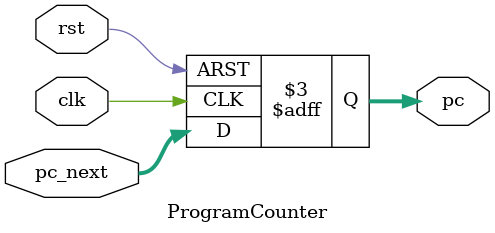
<source format=v>
module ProgramCounter(input clk, input rst, input [15:0] pc_next, output reg [15:0] pc);
    always @(posedge clk or negedge rst) begin
        if (!rst)
            pc <= 16'b0;
        else
            pc <= pc_next;
    end
endmodule

</source>
